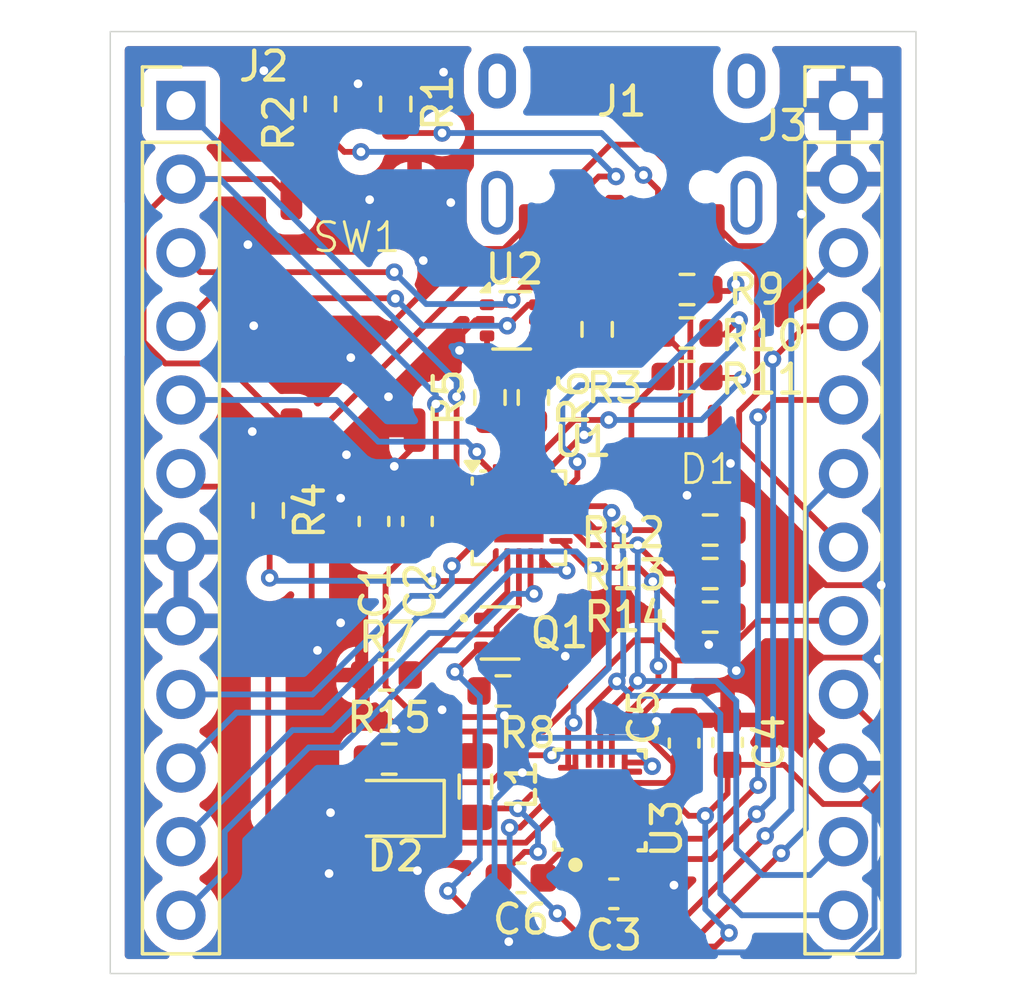
<source format=kicad_pcb>
(kicad_pcb (version 20240108) (generator "pcbnew") (generator_version "8.0")
  (layers (0 "F.Cu" signal) (31 "B.Cu" signal) (34 "B.Paste" user) (35 "F.Paste" user) (36 "B.SilkS" user "B.Silkscreen") (37 "F.SilkS" user "F.Silkscreen") (38 "B.Mask" user) (39 "F.Mask" user) (44 "Edge.Cuts" user))
  (net 0 "")
  (net 1 "GND")
  (net 2 "+3.75V")
  (net 3 "Net-(U3-REGN)")
  (net 4 "Battery+")
  (net 5 "BTST")
  (net 6 "SW")
  (net 7 "Net-(D2-A)")
  (net 8 "StatusLED")
  (net 9 "DBUS-")
  (net 10 "VBUS")
  (net 11 "DBUS+")
  (net 12 "StatusInterrupt")
  (net 13 "Reset")
  (net 14 "PB5")
  (net 15 "Button")
  (net 16 "SCL")
  (net 17 "BulbLED")
  (net 18 "SDA")
  (net 19 "PA1")
  (net 20 "PB4")
  (net 21 "QON")
  (net 22 "ILIM")
  (net 23 "PMID")
  (net 24 "PMID_GO")
  (net 25 "Net-(Q1-D)")
  (net 26 "VoltageMonitorEnable")
  (net 27 "Net-(U1-PA5)")
  (net 28 "Net-(R5-Pad2)")
  (net 29 "D+")
  (net 30 "Net-(R6-Pad2)")
  (net 31 "D-")
  (net 32 "VoltageMonitor")
  (net 33 "CaseRed")
  (net 34 "CaseGreen")
  (net 35 "CaseBlue")
  (net 36 "ChargeEnable")
  (net 39 "PA4")
  (net 42 "Net-(J1-CC1)")
  (net 44 "Net-(J1-CC2)")
  (net 49 "Net-(D1-GA)")
  (net 50 "Net-(D1-RA)")
  (net 51 "Net-(D1-BA)")
  (footprint "Capacitor_SMD:C_0603_1608Metric" (layer "F.Cu") (at 229 79 -90)
    (property "Reference" "C5")
    (property "Value" "20μF")
  )
  (footprint "BatteryExperimentPCB:RS-C1415MBAR" (layer "F.Cu") (at 228.1 69.35 90)
    (property "Reference" "D1")
    (property "Value" "LED_RGBK")
  )
  (footprint "Resistor_SMD:R_0603_1608Metric" (layer "F.Cu") (at 223.8 67.075 90)
    (property "Reference" "R6")
    (property "Value" "68")
  )
  (footprint "Resistor_SMD:R_0603_1608Metric" (layer "F.Cu") (at 229.9 71.65)
    (property "Reference" "R12")
    (property "Value" "4.7k")
  )
  (footprint "Resistor_SMD:R_0603_1608Metric" (layer "F.Cu") (at 229.9 74.65)
    (property "Reference" "R14")
    (property "Value" "10k")
  )
  (footprint "BatteryExperimentPCB:K2-1157SP" (layer "F.Cu") (at 215.45 68.2 90)
    (property "Reference" "SW1")
    (property "Value" "K2-1157SP")
  )
  (footprint "Capacitor_SMD:C_0603_1608Metric" (layer "F.Cu") (at 230.5 78.975 -90)
    (property "Reference" "C4")
    (property "Value" "10μF")
  )
  (footprint "Capacitor_SMD:C_0603_1608Metric" (layer "F.Cu") (at 226.575 84.2 180)
    (property "Reference" "C3")
    (property "Value" " 4.7μF")
  )
  (footprint "Resistor_SMD:R_0603_1608Metric" (layer "F.Cu") (at 216.45 56.95 90)
    (property "Reference" "R2")
    (property "Value" "5.1k")
  )
  (footprint "Resistor_SMD:R_0603_1608Metric" (layer "F.Cu") (at 214.65 70.975 -90)
    (property "Reference" "R4")
    (property "Value" "7.5")
  )
  (footprint "Resistor_SMD:R_0603_1608Metric" (layer "F.Cu") (at 229.1 63.35)
    (property "Reference" "R9")
    (property "Value" "68")
  )
  (footprint "Resistor_SMD:R_0603_1608Metric" (layer "F.Cu") (at 226 64.725 -90)
    (property "Reference" "R3")
    (property "Value" "2.2k")
  )
  (footprint "Connector_PinHeader_2.54mm:PinHeader_1x12_P2.54mm_Vertical" (layer "F.Cu") (at 211.64 57)
    (property "Reference" "J2")
    (property "Value" "Conn_01x12_Pin")
  )
  (footprint "Resistor_SMD:R_0603_1608Metric" (layer "F.Cu") (at 218.725 76.65)
    (property "Reference" "R7")
    (property "Value" "5.1k")
  )
  (footprint "Resistor_SMD:R_0603_1608Metric" (layer "F.Cu") (at 222.3 67.075 90)
    (property "Reference" "R5")
    (property "Value" "68")
  )
  (footprint "Resistor_SMD:R_0603_1608Metric" (layer "F.Cu") (at 222.75 77.2 180)
    (property "Reference" "R8")
    (property "Value" "20k")
  )
  (footprint "Package_TO_SOT_SMD:SOT-666" (layer "F.Cu") (at 223.05 64.4125)
    (property "Reference" "U2")
    (property "Value" "USBLC6-2P6")
  )
  (footprint "BatteryExperimentPCB:RYK0018A-MFG" (layer "F.Cu") (at 226.1 80.949999 90)
    (property "Reference" "U3")
    (property "Value" "BQ25628RYKR")
  )
  (footprint "Connector_PinHeader_2.54mm:PinHeader_1x12_P2.54mm_Vertical" (layer "F.Cu") (at 234.5 57)
    (property "Reference" "J3")
    (property "Value" "Conn_01x12_Pin")
  )
  (footprint "Inductor_SMD:L_0805_2012Metric" (layer "F.Cu") (at 221.8 80.5 90)
    (property "Reference" "L1")
    (property "Value" "1 μH")
  )
  (footprint "LED_SMD:LED_0805_2012Metric" (layer "F.Cu") (at 219.0375 81.25 180)
    (property "Reference" "D2")
    (property "Value" "LED")
  )
  (footprint "Package_TO_SOT_SMD:SOT-523" (layer "F.Cu") (at 222.65 75.2)
    (property "Reference" "Q1")
    (property "Value" "DMG1012T")
  )
  (footprint "BatteryExperimentPCB:USB_C_Receptacle_Hroparts_TYPE-C-31-M-12" (layer "F.Cu") (at 226.85 61.855 180)
    (property "Reference" "J1")
    (property "Value" "TYPE-C-31-M-12")
  )
  (footprint "Resistor_SMD:R_0603_1608Metric" (layer "F.Cu") (at 229.9 73.15)
    (property "Reference" "R13")
    (property "Value" "4.7k")
  )
  (footprint "Resistor_SMD:R_0603_1608Metric" (layer "F.Cu") (at 219.05 56.95 90)
    (property "Reference" "R1")
    (property "Value" "5.1k")
  )
  (footprint "Resistor_SMD:R_0603_1608Metric" (layer "F.Cu") (at 229.1 64.85)
    (property "Reference" "R10")
    (property "Value" "47")
  )
  (footprint "Package_DFN_QFN:VQFN-20-1EP_3x3mm_P0.4mm_EP1.7x1.7mm" (layer "F.Cu") (at 223.3 71.225)
    (property "Reference" "U1")
    (property "Value" "ATtiny3226-M")
  )
  (footprint "Resistor_SMD:R_0603_1608Metric" (layer "F.Cu") (at 218.825 79.55)
    (property "Reference" "R15")
    (property "Value" "180")
  )
  (footprint "Capacitor_SMD:C_0603_1608Metric" (layer "F.Cu") (at 219.8 71.35 90)
    (property "Reference" "C2")
    (property "Value" "100 nF")
  )
  (footprint "Capacitor_SMD:C_0603_1608Metric" (layer "F.Cu") (at 223.375 83.65 180)
    (property "Reference" "C6")
    (property "Value" "47nF")
  )
  (footprint "Capacitor_SMD:C_0603_1608Metric" (layer "F.Cu") (at 218.3 71.35 90)
    (property "Reference" "C1")
    (property "Value" "10 nF")
  )
  (footprint "Resistor_SMD:R_0603_1608Metric" (layer "F.Cu") (at 229.1 66.35)
    (property "Reference" "R11")
    (property "Value" "56")
  )
  (gr_rect (start 209.2 54.45) (end 237 86.95) (stroke (width 0.05)) (fill none) (layer "Edge.Cuts"))
  (segment (start 223.417696 80.017696) (end 223.774999 80.374999) (width 0.2) (layer "F.Cu") (net 1))
  (segment (start 222.85 78.1) (end 222.8 78.05) (width 0.2) (layer "F.Cu") (net 1))
  (segment (start 228.050488 74.7) (end 228.950488 75.6) (width 0.2) (layer "F.Cu") (net 1))
  (segment (start 221.25 64.962501) (end 221.800001 64.4125) (width 0.2) (layer "F.Cu") (net 1))
  (segment (start 222.75 78.1) (end 222.8 78.05) (width 0.2) (layer "F.Cu") (net 1))
  (segment (start 228.950488 75.6) (end 229.85 75.6) (width 0.2) (layer "F.Cu") (net 1))
  (segment (start 221.25 65.45) (end 221.25 64.962501) (width 0.2) (layer "F.Cu") (net 1))
  (segment (start 230.475 78.225) (end 230.5 78.2) (width 0.2) (layer "F.Cu") (net 1))
  (segment (start 224.9 76) (end 224.9 77.05) (width 0.2) (layer "F.Cu") (net 1))
  (segment (start 230.8 76.5) (end 231.25 76.05) (width 0.2) (layer "F.Cu") (net 1))
  (segment (start 219.7 68.2) (end 219.7 68.75) (width 0.2) (layer "F.Cu") (net 1))
  (segment (start 230.1 61.13) (end 230.82 61.85) (width 0.2) (layer "F.Cu") (net 1))
  (segment (start 219.8 70.575) (end 218.3 70.575) (width 0.2) (layer "F.Cu") (net 1))
  (segment (start 220.95 60.35) (end 220.95 61.3) (width 0.2) (layer "F.Cu") (net 1))
  (segment (start 219.8 70.25) (end 219 69.45) (width 0.2) (layer "F.Cu") (net 1))
  (segment (start 230.08 69.87) (end 230.6 69.35) (width 0.2) (layer "F.Cu") (net 1))
  (segment (start 224.9 77.05) (end 223.85 78.1) (width 0.2) (layer "F.Cu") (net 1))
  (segment (start 220.45 71.225) (end 219.8 70.575) (width 0.2) (layer "F.Cu") (net 1))
  (segment (start 230.5 78.2) (end 230.5 76.8) (width 0.2) (layer "F.Cu") (net 1))
  (segment (start 231.6 78.2) (end 232.84 78.2) (width 0.2) (layer "F.Cu") (net 1))
  (segment (start 232.84 78.2) (end 234.5 79.86) (width 0.2) (layer "F.Cu") (net 1))
  (segment (start 219.7 68.75) (end 219 69.45) (width 0.2) (layer "F.Cu") (net 1))
  (segment (start 231.25 76.05) (end 235.65 76.05) (width 0.2) (layer "F.Cu") (net 1))
  (segment (start 227.35 84.2) (end 228.35 84.2) (width 0.2) (layer "F.Cu") (net 1))
  (segment (start 230.6 69.35) (end 230.6 69.75) (width 0.2) (layer "F.Cu") (net 1))
  (segment (start 221.85 71.225) (end 220.45 71.225) (width 0.2) (layer "F.Cu") (net 1))
  (segment (start 219.8 70.575) (end 219.8 70.25) (width 0.2) (layer "F.Cu") (net 1))
  (segment (start 235.65 76.05) (end 235.7 76.1) (width 0.2) (layer "F.Cu") (net 1))
  (segment (start 221.85 71.225) (end 223.3 71.225) (width 0.2) (layer "F.Cu") (net 1))
  (segment (start 229 78.225) (end 228.075 78.225) (width 0.2) (layer "F.Cu") (net 1))
  (segment (start 221.800001 64.4125) (end 222.125 64.4125) (width 0.2) (layer "F.Cu") (net 1))
  (segment (start 233.9 73.55) (end 235.8 73.55) (width 0.2) (layer "F.Cu") (net 1))
  (segment (start 217.735392 65.7) (end 217.5 65.7) (width 0.2) (layer "F.Cu") (net 1))
  (segment (start 219.95 62.4) (end 219.95 63.485392) (width 0.2) (layer "F.Cu") (net 1))
  (segment (start 228.075 78.225) (end 228.05 78.25) (width 0.2) (layer "F.Cu") (net 1))
  (segment (start 229 78.225) (end 230.475 78.225) (width 0.2) (layer "F.Cu") (net 1))
  (segment (start 224.9 76) (end 226.2 74.7) (width 0.2) (layer "F.Cu") (net 1))
  (segment (start 223.85 78.1) (end 222.85 78.1) (width 0.2) (layer "F.Cu") (net 1))
  (segment (start 230.5 78.2) (end 231.6 78.2) (width 0.2) (layer "F.Cu") (net 1))
  (segment (start 232.9 72.05) (end 232.9 72.55) (width 0.2) (layer "F.Cu") (net 1))
  (segment (start 221.6 61.95) (end 222.78 61.95) (width 0.2) (layer "F.Cu") (net 1))
  (segment (start 230.82 61.85) (end 231.95 61.85) (width 0.2) (layer "F.Cu") (net 1))
  (segment (start 230.6 69.75) (end 232.9 72.05) (width 0.2) (layer "F.Cu") (net 1))
  (segment (start 217.5 65.7) (end 217.55 65.7) (width 0.2) (layer "F.Cu") (net 1))
  (segment (start 231.95 61.85) (end 233.05 60.75) (width 0.2) (layer "F.Cu") (net 1))
  (segment (start 220.9 78.1) (end 222.75 78.1) (width 0.2) (layer "F.Cu") (net 1))
  (segment (start 222.78 61.95) (end 223.6 61.13) (width 0.2) (layer "F.Cu") (net 1))
  (segment (start 233.8 73.45) (end 233.9 73.55) (width 0.2) (layer "F.Cu") (net 1))
  (segment (start 218.8 67.05) (end 219.7 67.95) (width 0.2) (layer "F.Cu") (net 1))
  (segment (start 220.95 61.3) (end 221.6 61.95) (width 0.2) (layer "F.Cu") (net 1))
  (segment (start 223.774999 80.374999) (end 225.149999 80.374999) (width 0.2) (layer "F.Cu") (net 1))
  (segment (start 220 62.35) (end 219.95 62.4) (width 0.2) (layer "F.Cu") (net 1))
  (segment (start 228.35 84.2) (end 228.65 83.9) (width 0.2) (layer "F.Cu") (net 1))
  (segment (start 226.2 74.7) (end 228.050488 74.7) (width 0.2) (layer "F.Cu") (net 1))
  (segment (start 228.53 69.87) (end 230.08 69.87) (width 0.2) (layer "F.Cu") (net 1))
  (segment (start 230.5 76.8) (end 230.8 76.5) (width 0.2) (layer "F.Cu") (net 1))
  (segment (start 219.7 67.95) (end 219.7 68.2) (width 0.2) (layer "F.Cu") (net 1))
  (segment (start 232.9 72.55) (end 233.8 73.45) (width 0.2) (layer "F.Cu") (net 1))
  (segment (start 219.95 63.485392) (end 217.735392 65.7) (width 0.2) (layer "F.Cu") (net 1))
  (segment (start 220.65 77.85) (end 220.9 78.1) (width 0.2) (layer "F.Cu") (net 1))
  (via (at 220.7 55.85) (size 0.6) (drill 0.3) (layers "F.Cu" "B.Cu") (net 1))
  (via (at 230.6 69.35) (size 0.6) (drill 0.3) (layers "F.Cu" "B.Cu") (net 1))
  (via (at 218.8 67.05) (size 0.6) (drill 0.3) (layers "F.Cu" "B.Cu") (net 1))
  (via (at 217.75 56.25) (size 0.6) (drill 0.3) (layers "F.Cu" "B.Cu") (net 1))
  (via (at 233.05 60.75) (size 0.6) (drill 0.3) (layers "F.Cu" "B.Cu") (net 1))
  (via (at 222.8 78.05) (size 0.6) (drill 0.3) (layers "F.Cu" "B.Cu") (net 1))
  (via (at 218.15 60.25) (size 0.6) (drill 0.3) (layers "F.Cu" "B.Cu") (net 1))
  (via (at 213.95 61.8) (size 0.6) (drill 0.3) (layers "F.Cu" "B.Cu") (net 1))
  (via (at 223.417696 80.017696) (size 0.6) (drill 0.3) (layers "F.Cu" "B.Cu") (net 1))
  (via (at 214.1 68.25) (size 0.6) (drill 0.3) (layers "F.Cu" "B.Cu") (net 1))
  (via (at 219 69.45) (size 0.6) (drill 0.3) (layers "F.Cu" "B.Cu") (net 1))
  (via (at 217.5 65.7) (size 0.6) (drill 0.3) (layers "F.Cu" "B.Cu") (net 1))
  (via (at 216.35 75.8) (size 0.6) (drill 0.3) (layers "F.Cu" "B.Cu") (net 1))
  (via (at 214.15 64.6) (size 0.6) (drill 0.3) (layers "F.Cu" "B.Cu") (net 1))
  (via (at 222.95 85.85) (size 0.6) (drill 0.3) (layers "F.Cu" "B.Cu") (net 1))
  (via (at 216.8 81.4) (size 0.6) (drill 0.3) (layers "F.Cu" "B.Cu") (net 1))
  (via (at 228.65 83.9) (size 0.6) (drill 0.3) (layers "F.Cu" "B.Cu") (net 1))
  (via (at 219.8 83.4) (size 0.6) (drill 0.3) (layers "F.Cu" "B.Cu") (net 1))
  (via (at 229.1 70.45) (size 0.6) (drill 0.3) (layers "F.Cu" "B.Cu") (net 1))
  (via (at 220.95 60.35) (size 0.6) (drill 0.3) (layers "F.Cu" "B.Cu") (net 1))
  (via (at 221.25 65.45) (size 0.6) (drill 0.3) (layers "F.Cu" "B.Cu") (net 1))
  (via (at 214.5 55.8) (size 0.6) (drill 0.3) (layers "F.Cu" "B.Cu") (net 1))
  (via (at 235.8 73.55) (size 0.6) (drill 0.3) (layers "F.Cu" "B.Cu") (net 1))
  (via (at 230.8 76.5) (size 0.6) (drill 0.3) (layers "F.Cu" "B.Cu") (net 1))
  (via (at 229.85 75.6) (size 0.6) (drill 0.3) (layers "F.Cu" "B.Cu") (net 1))
  (via (at 228.05 78.25) (size 0.6) (drill 0.3) (layers "F.Cu" "B.Cu") (net 1))
  (via (at 216.75 83.5) (size 0.6) (drill 0.3) (layers "F.Cu" "B.Cu") (net 1))
  (via (at 217.15 74.85) (size 0.6) (drill 0.3) (layers "F.Cu" "B.Cu") (net 1))
  (via (at 219 78.5) (size 0.6) (drill 0.3) (layers "F.Cu" "B.Cu") (net 1))
  (via (at 220 62.35) (size 0.6) (drill 0.3) (layers "F.Cu" "B.Cu") (net 1))
  (via (at 235.7 76.1) (size 0.6) (drill 0.3) (layers "F.Cu" "B.Cu") (net 1))
  (via (at 224.9 76) (size 0.6) (drill 0.3) (layers "F.Cu" "B.Cu") (net 1))
  (via (at 217.15 70.55) (size 0.6) (drill 0.3) (layers "F.Cu" "B.Cu") (net 1))
  (via (at 217.35 69.05) (size 0.6) (drill 0.3) (layers "F.Cu" "B.Cu") (net 1))
  (via (at 220.65 77.85) (size 0.6) (drill 0.3) (layers "F.Cu" "B.Cu") (net 1))
  (segment (start 229.9 75.6) (end 230.8 76.5) (width 0.2) (layer "B.Cu") (net 1))
  (segment (start 228.05 78.25) (end 227.48161 78.81839) (width 0.2) (layer "B.Cu") (net 1))
  (segment (start 222.459609 85.359609) (end 222.459609 80.975783) (width 0.2) (layer "B.Cu") (net 1))
  (segment (start 222.459609 80.975783) (end 223.417696 80.017696) (width 0.2) (layer "B.Cu") (net 1))
  (segment (start 234.733209 86.22) (end 235.57 85.383209) (width 0.2) (layer "B.Cu") (net 1))
  (segment (start 235.57 80.93) (end 234.5 79.86) (width 0.2) (layer "B.Cu") (net 1))
  (segment (start 235.57 85.383209) (end 235.57 80.93) (width 0.2) (layer "B.Cu") (net 1))
  (segment (start 222.95 85.85) (end 222.459609 85.359609) (width 0.2) (layer "B.Cu") (net 1))
  (segment (start 223.417696 79.332304) (end 223.417696 80.017696) (width 0.2) (layer "B.Cu") (net 1))
  (segment (start 223.93161 78.81839) (end 223.417696 79.332304) (width 0.2) (layer "B.Cu") (net 1))
  (segment (start 229.85 75.6) (end 229.9 75.6) (width 0.2) (layer "B.Cu") (net 1))
  (segment (start 223.32 86.22) (end 234.733209 86.22) (width 0.2) (layer "B.Cu") (net 1))
  (segment (start 222.95 85.85) (end 223.32 86.22) (width 0.2) (layer "B.Cu") (net 1))
  (segment (start 227.48161 78.81839) (end 223.93161 78.81839) (width 0.2) (layer "B.Cu") (net 1))
  (segment (start 221.85 71.625) (end 220.3 71.625) (width 0.2) (layer "F.Cu") (net 2))
  (segment (start 230.725 73.15) (end 230.725 71.65) (width 0.2) (layer "F.Cu") (net 2))
  (segment (start 218.7 77.05) (end 218.7 73.225) (width 0.2) (layer "F.Cu") (net 2))
  (segment (start 227.45 78.5) (end 227.45 78.1) (width 0.2) (layer "F.Cu") (net 2))
  (segment (start 230.15 76.15) (end 230.725 75.575) (width 0.2) (layer "F.Cu") (net 2))
  (segment (start 221.85 78.6) (end 220.25 78.6) (width 0.2) (layer "F.Cu") (net 2))
  (segment (start 227.45 78.1) (end 228.66 76.89) (width 0.2) (layer "F.Cu") (net 2))
  (segment (start 230.725 75.575) (end 230.725 74.65) (width 0.2) (layer "F.Cu") (net 2))
  (segment (start 229 79.775) (end 228.725 79.775) (width 0.2) (layer "F.Cu") (net 2))
  (segment (start 219.65 79.55) (end 219.65 79.2) (width 0.2) (layer "F.Cu") (net 2))
  (segment (start 228.400001 80.374999) (end 229 79.775) (width 0.2) (layer "F.Cu") (net 2))
  (segment (start 227.050001 80.374999) (end 228.400001 80.374999) (width 0.2) (layer "F.Cu") (net 2))
  (segment (start 231.52 74.78) (end 234.5 74.78) (width 0.2) (layer "F.Cu") (net 2))
  (segment (start 227.3 75.45) (end 227.96 75.45) (width 0.2) (layer "F.Cu") (net 2))
  (segment (start 224.15 78.6) (end 227.3 75.45) (width 0.2) (layer "F.Cu") (net 2))
  (segment (start 221.85 78.6) (end 224.15 78.6) (width 0.2) (layer "F.Cu") (net 2))
  (segment (start 230.725 75.575) (end 231.52 74.78) (width 0.2) (layer "F.Cu") (net 2))
  (segment (start 230.725 74.65) (end 230.725 73.15) (width 0.2) (layer "F.Cu") (net 2))
  (segment (start 228.66 76.89) (end 228.66 76.15) (width 0.2) (layer "F.Cu") (net 2))
  (segment (start 220.3 71.625) (end 219.8 72.125) (width 0.2) (layer "F.Cu") (net 2))
  (segment (start 219.65 79.2) (end 220.25 78.6) (width 0.2) (layer "F.Cu") (net 2))
  (segment (start 219.8 72.125) (end 218.3 72.125) (width 0.2) (layer "F.Cu") (net 2))
  (segment (start 228.725 79.775) (end 227.45 78.5) (width 0.2) (layer "F.Cu") (net 2))
  (segment (start 228.66 76.15) (end 230.15 76.15) (width 0.2) (layer "F.Cu") (net 2))
  (segment (start 221.8 79.4375) (end 221.8 78.65) (width 0.2) (layer "F.Cu") (net 2))
  (segment (start 230.725 74.65) (end 230.795 74.72) (width 0.2) (layer "F.Cu") (net 2))
  (segment (start 227.96 75.45) (end 228.66 76.15) (width 0.2) (layer "F.Cu") (net 2))
  (segment (start 218.7 73.225) (end 219.8 72.125) (width 0.2) (layer "F.Cu") (net 2))
  (segment (start 221.8 78.65) (end 221.85 78.6) (width 0.2) (layer "F.Cu") (net 2))
  (segment (start 220.25 78.6) (end 218.7 77.05) (width 0.2) (layer "F.Cu") (net 2))
  (segment (start 225.707001 84.107001) (end 225.707001 82.338) (width 0.2) (layer "F.Cu") (net 3))
  (segment (start 225.8 84.2) (end 225.707001 84.107001) (width 0.2) (layer "F.Cu") (net 3))
  (segment (start 220.85 84.1) (end 221.6 84.85) (width 0.2) (layer "F.Cu") (net 4))
  (segment (start 233.8 81.1) (end 235.1 81.1) (width 0.2) (layer "F.Cu") (net 4))
  (segment (start 230.08 86.02) (end 230.55 85.55) (width 0.2) (layer "F.Cu") (net 4))
  (segment (start 229.73 81.507304) (end 229.157304 81.507304) (width 0.2) (layer "F.Cu") (net 4))
  (segment (start 232.45 79.75) (end 233.8 81.1) (width 0.2) (layer "F.Cu") (net 4))
  (segment (start 229.157304 81.507304) (end 228.424998 80.774998) (width 0.2) (layer "F.Cu") (net 4))
  (segment (start 223.25 84.85) (end 224.42 86.02) (width 0.2) (layer "F.Cu") (net 4))
  (segment (start 224.42 86.02) (end 230.08 86.02) (width 0.2) (layer "F.Cu") (net 4))
  (segment (start 235.1 81.1) (end 235.9 80.3) (width 0.2) (layer "F.Cu") (net 4))
  (segment (start 228.424998 80.774998) (end 227.050001 80.774998) (width 0.2) (layer "F.Cu") (net 4))
  (segment (start 235.9 78.72) (end 234.5 77.32) (width 0.2) (layer "F.Cu") (net 4))
  (segment (start 221.092696 76.542696) (end 221.935392 75.7) (width 0.2) (layer "F.Cu") (net 4))
  (segment (start 235.9 80.3) (end 235.9 78.72) (width 0.2) (layer "F.Cu") (net 4))
  (segment (start 221.935392 75.7) (end 222.005 75.7) (width 0.2) (layer "F.Cu") (net 4))
  (segment (start 230.5 80.737304) (end 229.73 81.507304) (width 0.2) (layer "F.Cu") (net 4))
  (segment (start 221.6 84.85) (end 223.25 84.85) (width 0.2) (layer "F.Cu") (net 4))
  (segment (start 230.5 79.75) (end 230.5 80.737304) (width 0.2) (layer "F.Cu") (net 4))
  (segment (start 230.5 79.75) (end 232.45 79.75) (width 0.2) (layer "F.Cu") (net 4))
  (via (at 229.73 81.507304) (size 0.6) (drill 0.3) (layers "F.Cu" "B.Cu") (net 4))
  (via (at 220.85 84.1) (size 0.6) (drill 0.3) (layers "F.Cu" "B.Cu") (net 4))
  (via (at 230.55 85.55) (size 0.6) (drill 0.3) (layers "F.Cu" "B.Cu") (net 4))
  (via (at 221.092696 76.542696) (size 0.6) (drill 0.3) (layers "F.Cu" "B.Cu") (net 4))
  (segment (start 221.95 77.4) (end 221.95 83) (width 0.2) (layer "B.Cu") (net 4))
  (segment (start 221.95 83) (end 220.85 84.1) (width 0.2) (layer "B.Cu") (net 4))
  (segment (start 221.092696 76.542696) (end 221.95 77.4) (width 0.2) (layer "B.Cu") (net 4))
  (segment (start 229.73 84.73) (end 230.55 85.55) (width 0.2) (layer "B.Cu") (net 4))
  (segment (start 229.73 81.507304) (end 229.73 84.73) (width 0.2) (layer "B.Cu") (net 4))
  (segment (start 224.15 83.362499) (end 225.25 82.262499) (width 0.2) (layer "F.Cu") (net 5))
  (segment (start 224.15 83.65) (end 224.15 83.362499) (width 0.2) (layer "F.Cu") (net 5))
  (segment (start 221.8 81.5625) (end 222.110389 81.252111) (width 0.2) (layer "F.Cu") (net 6))
  (segment (start 223.495 82.755) (end 222.6 83.65) (width 0.2) (layer "F.Cu") (net 6))
  (segment (start 222.110389 81.252111) (end 223.260646 81.252111) (width 0.2) (layer "F.Cu") (net 6))
  (segment (start 223.957888 82.755) (end 223.495 82.755) (width 0.2) (layer "F.Cu") (net 6))
  (segment (start 223.260646 81.252111) (end 223.737759 80.774998) (width 0.2) (layer "F.Cu") (net 6))
  (segment (start 223.737759 80.774998) (end 225.149999 80.774998) (width 0.2) (layer "F.Cu") (net 6))
  (via (at 223.260646 81.252111) (size 0.6) (drill 0.3) (layers "F.Cu" "B.Cu") (net 6))
  (via (at 223.957888 82.755) (size 0.6) (drill 0.3) (layers "F.Cu" "B.Cu") (net 6))
  (segment (start 223.957888 81.949353) (end 223.957888 82.755) (width 0.2) (layer "B.Cu") (net 6))
  (segment (start 223.260646 81.252111) (end 223.957888 81.949353) (width 0.2) (layer "B.Cu") (net 6))
  (segment (start 218 81.15) (end 218.1 81.25) (width 0.2) (layer "F.Cu") (net 7))
  (segment (start 218 79.55) (end 218 81.15) (width 0.2) (layer "F.Cu") (net 7))
  (segment (start 227.769999 79.669999) (end 226.95 79.669999) (width 0.2) (layer "F.Cu") (net 8))
  (segment (start 223.280683 79.419317) (end 222.35 80.35) (width 0.2) (layer "F.Cu") (net 8))
  (segment (start 224.43106 79.419317) (end 223.280683 79.419317) (width 0.2) (layer "F.Cu") (net 8))
  (segment (start 220.875 80.35) (end 219.975 81.25) (width 0.2) (layer "F.Cu") (net 8))
  (segment (start 222.35 80.35) (end 220.875 80.35) (width 0.2) (layer "F.Cu") (net 8))
  (segment (start 227.9 79.8) (end 227.769999 79.669999) (width 0.2) (layer "F.Cu") (net 8))
  (via (at 227.9 79.8) (size 0.6) (drill 0.3) (layers "F.Cu" "B.Cu") (net 8))
  (via (at 224.43106 79.419317) (size 0.6) (drill 0.3) (layers "F.Cu" "B.Cu") (net 8))
  (segment (start 224.550377 79.3) (end 227.4 79.3) (width 0.2) (layer "B.Cu") (net 8))
  (segment (start 224.43106 79.419317) (end 224.550377 79.3) (width 0.2) (layer "B.Cu") (net 8))
  (segment (start 227.4 79.3) (end 227.9 79.8) (width 0.2) (layer "B.Cu") (net 8))
  (segment (start 225 63.875) (end 225 63.85) (width 0.2) (layer "F.Cu") (net 9))
  (segment (start 224.9525 63.8025) (end 224.9525 63.5025) (width 0.2) (layer "F.Cu") (net 9))
  (segment (start 219.037696 63.662304) (end 219.025392 63.65) (width 0.2) (layer "F.Cu") (net 9))
  (segment (start 225 63.875) (end 225.1 63.875) (width 0.2) (layer "F.Cu") (net 9))
  (segment (start 223.9 63.875) (end 225 63.875) (width 0.2) (layer "F.Cu") (net 9))
  (segment (start 212.61 63.65) (end 211.64 64.62) (width 0.2) (layer "F.Cu") (net 9))
  (segment (start 224.8525 63.6275) (end 225.1 63.875) (width 0.2) (layer "F.Cu") (net 9))
  (segment (start 226.895001 62.15) (end 226.305 62.15) (width 0.2) (layer "F.Cu") (net 9))
  (segment (start 224.579999 63.875) (end 224.8025 63.6525) (width 0.2) (layer "F.Cu") (net 9))
  (segment (start 222.9 64.6) (end 223.625 63.875) (width 0.2) (layer "F.Cu") (net 9))
  (segment (start 226.305 62.15) (end 226.2775 62.1775) (width 0.2) (layer "F.Cu") (net 9))
  (segment (start 227.6 61.854999) (end 227.304999 62.15) (width 0.2) (layer "F.Cu") (net 9))
  (segment (start 227.6 61.13) (end 227.6 61.854999) (width 0.2) (layer "F.Cu") (net 9))
  (segment (start 226.2775 62.1775) (end 226.6 61.854999) (width 0.2) (layer "F.Cu") (net 9))
  (segment (start 226.895001 62.15) (end 226.6 61.854999) (width 0.2) (layer "F.Cu") (net 9))
  (segment (start 225.1 63.875) (end 225.975 63.875) (width 0.2) (layer "F.Cu") (net 9))
  (segment (start 224.8525 63.6025) (end 224.8525 63.6275) (width 0.2) (layer "F.Cu") (net 9))
  (segment (start 223.9 63.875) (end 224.579999 63.875) (width 0.2) (layer "F.Cu") (net 9))
  (segment (start 219.025392 63.65) (end 212.61 63.65) (width 0.2) (layer "F.Cu") (net 9))
  (segment (start 227.304999 62.15) (end 226.895001 62.15) (width 0.2) (layer "F.Cu") (net 9))
  (segment (start 224.8025 63.6525) (end 224.8525 63.6025) (width 0.2) (layer "F.Cu") (net 9))
  (segment (start 226.6 61.854999) (end 226.6 61.13) (width 0.2) (layer "F.Cu") (net 9))
  (segment (start 225 63.85) (end 224.8025 63.6525) (width 0.2) (layer "F.Cu") (net 9))
  (segment (start 223.625 63.875) (end 223.9 63.875) (width 0.2) (layer "F.Cu") (net 9))
  (segment (start 224.9525 63.5025) (end 226.2775 62.1775) (width 0.2) (layer "F.Cu") (net 9))
  (segment (start 224.8525 63.6025) (end 224.9525 63.5025) (width 0.2) (layer "F.Cu") (net 9))
  (segment (start 225 63.85) (end 224.9525 63.8025) (width 0.2) (layer "F.Cu") (net 9))
  (segment (start 225.975 63.875) (end 226 63.9) (width 0.2) (layer "F.Cu") (net 9))
  (via (at 219.037696 63.662304) (size 0.6) (drill 0.3) (layers "F.Cu" "B.Cu") (net 9))
  (via (at 222.9 64.6) (size 0.6) (drill 0.3) (layers "F.Cu" "B.Cu") (net 9))
  (segment (start 219.037696 63.662304) (end 219.975392 64.6) (width 0.2) (layer "B.Cu") (net 9))
  (segment (start 219.975392 64.6) (end 222.9 64.6) (width 0.2) (layer "B.Cu") (net 9))
  (segment (start 224.4 61.854999) (end 223.404999 62.85) (width 0.2) (layer "F.Cu") (net 10))
  (segment (start 228.77 59.875001) (end 228.77 59.334608) (width 0.2) (layer "F.Cu") (net 10))
  (segment (start 228.35 62.55) (end 229.3 61.6) (width 0.2) (layer "F.Cu") (net 10))
  (segment (start 224.699999 60.830001) (end 224.4 61.13) (width 0.2) (layer "F.Cu") (net 10))
  (segment (start 230.95 62.25) (end 229.695001 62.25) (width 0.2) (layer "F.Cu") (net 10))
  (segment (start 223.975 64.4125) (end 224.299999 64.4125) (width 0.2) (layer "F.Cu") (net 10))
  (segment (start 224.299999 64.4125) (end 225.437499 65.55) (width 0.2) (layer "F.Cu") (net 10))
  (segment (start 226 65.55) (end 226 65.15) (width 0.2) (layer "F.Cu") (net 10))
  (segment (start 231.52 66.93) (end 231.52 62.82) (width 0.2) (layer "F.Cu") (net 10))
  (segment (start 226 65.15) (end 226.8 64.35) (width 0.2) (layer "F.Cu") (net 10))
  (segment (start 229.695001 62.25) (end 229.3 61.854999) (width 0.2) (layer "F.Cu") (net 10))
  (segment (start 230.9 68.64) (end 230.9 67.55) (width 0.2) (layer "F.Cu") (net 10))
  (segment (start 216.15 74.2) (end 214.65 75.7) (width 0.2) (layer "F.Cu") (net 10))
  (segment (start 227.785392 58.35) (end 226.45 58.35) (width 0.2) (layer "F.Cu") (net 10))
  (segment (start 227.85 62.55) (end 228.35 62.55) (width 0.2) (layer "F.Cu") (net 10))
  (segment (start 226.45 58.35) (end 224.699999 60.100001) (width 0.2) (layer "F.Cu") (net 10))
  (segment (start 226.8 64.35) (end 226.8 63.6) (width 0.2) (layer "F.Cu") (net 10))
  (segment (start 229.3 60.405001) (end 228.77 59.875001) (width 0.2) (layer "F.Cu") (net 10))
  (segment (start 224.402497 81.574999) (end 224.958999 81.574999) (width 0.2) (layer "F.Cu") (net 10))
  (segment (start 224.4 61.13) (end 224.4 61.854999) (width 0.2) (layer "F.Cu") (net 10))
  (segment (start 214.65 75.7) (end 214.65 81.55) (width 0.2) (layer "F.Cu") (net 10))
  (segment (start 225.437499 65.55) (end 226 65.55) (width 0.2) (layer "F.Cu") (net 10))
  (segment (start 229.3 61.6) (end 229.3 61.13) (width 0.2) (layer "F.Cu") (net 10))
  (segment (start 234.5 72.24) (end 230.9 68.64) (width 0.2) (layer "F.Cu") (net 10))
  (segment (start 216.15 68.5) (end 216.15 74.2) (width 0.2) (layer "F.Cu") (net 10))
  (segment (start 223.404999 62.85) (end 221.8 62.85) (width 0.2) (layer "F.Cu") (net 10))
  (segment (start 228.77 59.334608) (end 227.785392 58.35) (width 0.2) (layer "F.Cu") (net 10))
  (segment (start 230.9 67.55) (end 231.52 66.93) (width 0.2) (layer "F.Cu") (net 10))
  (segment (start 224.699999 60.100001) (end 224.699999 60.830001) (width 0.2) (layer "F.Cu") (net 10))
  (segment (start 229.3 61.854999) (end 229.3 61.13) (width 0.2) (layer "F.Cu") (net 10))
  (segment (start 214.65 81.55) (end 215.535 82.435) (width 0.2) (layer "F.Cu") (net 10))
  (segment (start 221.8 62.85) (end 216.15 68.5) (width 0.2) (layer "F.Cu") (net 10))
  (segment (start 231.52 62.82) (end 230.95 62.25) (width 0.2) (layer "F.Cu") (net 10))
  (segment (start 215.535 82.435) (end 223.542496 82.435) (width 0.2) (layer "F.Cu") (net 10))
  (segment (start 229.3 61.13) (end 229.3 60.405001) (width 0.2) (layer "F.Cu") (net 10))
  (segment (start 226.8 63.6) (end 227.85 62.55) (width 0.2) (layer "F.Cu") (net 10))
  (segment (start 223.542496 82.435) (end 224.402497 81.574999) (width 0.2) (layer "F.Cu") (net 10))
  (segment (start 226.1 60.485728) (end 226.400728 60.185) (width 0.2) (layer "F.Cu") (net 11))
  (segment (start 226.1 61.13) (end 226.1 60.485728) (width 0.2) (layer "F.Cu") (net 11))
  (segment (start 223.057304 63.650243) (end 223.428774 63.278773) (width 0.2) (layer "F.Cu") (net 11))
  (segment (start 223.428774 63.278773) (end 224.595499 63.278773) (width 0.2) (layer "F.Cu") (net 11))
  (segment (start 226.799272 60.185) (end 227.104 60.489728) (width 0.2) (layer "F.Cu") (net 11))
  (segment (start 223.057304 63.707304) (end 222.889608 63.875) (width 0.2) (layer "F.Cu") (net 11))
  (segment (start 226.400728 60.185) (end 226.799272 60.185) (width 0.2) (layer "F.Cu") (net 11))
  (segment (start 222.889608 63.875) (end 222.2 63.875) (width 0.2) (layer "F.Cu") (net 11))
  (segment (start 219 62.75) (end 212.31 62.75) (width 0.2) (layer "F.Cu") (net 11))
  (segment (start 227.104 60.489728) (end 227.104 61.13) (width 0.2) (layer "F.Cu") (net 11))
  (segment (start 212.31 62.75) (end 211.64 62.08) (width 0.2) (layer "F.Cu") (net 11))
  (segment (start 224.595499 63.278773) (end 226.1 61.774272) (width 0.2) (layer "F.Cu") (net 11))
  (segment (start 223.057304 63.707304) (end 223.057304 63.650243) (width 0.2) (layer "F.Cu") (net 11))
  (segment (start 226.1 61.774272) (end 226.1 61.13) (width 0.2) (layer "F.Cu") (net 11))
  (via (at 223.057304 63.707304) (size 0.6) (drill 0.3) (layers "F.Cu" "B.Cu") (net 11))
  (via (at 219 62.75) (size 0.6) (drill 0.3) (layers "F.Cu" "B.Cu") (net 11))
  (segment (start 219 62.75) (end 220.1 63.85) (width 0.2) (layer "B.Cu") (net 11))
  (segment (start 220.1 63.85) (end 222.914608 63.85) (width 0.2) (layer "B.Cu") (net 11))
  (segment (start 222.914608 63.85) (end 223.057304 63.707304) (width 0.2) (layer "B.Cu") (net 11))
  (segment (start 228.112304 76.923088) (end 226.506999 78.528393) (width 0.2) (layer "F.Cu") (net 12))
  (segment (start 229.075 74.580391) (end 227.92 73.425391) (width 0.2) (layer "F.Cu") (net 12))
  (segment (start 226.506999 78.528393) (end 226.506999 79.549999) (width 0.2) (layer "F.Cu") (net 12))
  (segment (start 228.112304 76.337696) (end 228.112304 76.923088) (width 0.2) (layer "F.Cu") (net 12))
  (segment (start 227.92 73.425391) (end 228.057 73.562391) (width 0.2) (layer "F.Cu") (net 12))
  (segment (start 227.444609 72.95) (end 225.85 72.95) (width 0.2) (layer "F.Cu") (net 12))
  (segment (start 227.92 73.425391) (end 227.444609 72.95) (width 0.2) (layer "F.Cu") (net 12))
  (segment (start 225.85 72.95) (end 225.675 72.95) (width 0.2) (layer "F.Cu") (net 12))
  (segment (start 225.675 72.95) (end 224.75 72.025) (width 0.2) (layer "F.Cu") (net 12))
  (segment (start 228.057 73.562391) (end 228.057 73.757) (width 0.2) (layer "F.Cu") (net 12))
  (segment (start 229.075 74.65) (end 229.075 74.580391) (width 0.2) (layer "F.Cu") (net 12))
  (via (at 228.112304 76.337696) (size 0.6) (drill 0.3) (layers "F.Cu" "B.Cu") (net 12))
  (via (at 225.85 72.95) (size 0.6) (drill 0.3) (layers "F.Cu" "B.Cu") (net 12))
  (via (at 227.92 73.425391) (size 0.6) (drill 0.3) (layers "F.Cu" "B.Cu") (net 12))
  (segment (start 216.5 77.95) (end 213.55 77.95) (width 0.2) (layer "B.Cu") (net 12))
  (segment (start 213.55 77.95) (end 211.64 79.86) (width 0.2) (layer "B.Cu") (net 12))
  (segment (start 222.912108 72.387892) (end 220.7 74.6) (width 0.2) (layer "B.Cu") (net 12))
  (segment (start 219.85 74.6) (end 216.5 77.95) (width 0.2) (layer "B.Cu") (net 12))
  (segment (start 228.07 76.295392) (end 228.07 73.575391) (width 0.2) (layer "B.Cu") (net 12))
  (segment (start 225.287892 72.387892) (end 222.912108 72.387892) (width 0.2) (layer "B.Cu") (net 12))
  (segment (start 228.112304 76.337696) (end 228.07 76.295392) (width 0.2) (layer "B.Cu") (net 12))
  (segment (start 220.7 74.6) (end 219.85 74.6) (width 0.2) (layer "B.Cu") (net 12))
  (segment (start 228.07 73.575391) (end 227.92 73.425391) (width 0.2) (layer "B.Cu") (net 12))
  (segment (start 225.85 72.95) (end 225.287892 72.387892) (width 0.2) (layer "B.Cu") (net 12))
  (segment (start 221.15 67.05) (end 221.15 69.725) (width 0.2) (layer "F.Cu") (net 13))
  (segment (start 221.15 69.725) (end 221.85 70.425) (width 0.2) (layer "F.Cu") (net 13))
  (via (at 221.15 67.05) (size 0.6) (drill 0.3) (layers "F.Cu" "B.Cu") (net 13))
  (segment (start 221.15 66.51) (end 211.64 57) (width 0.2) (layer "B.Cu") (net 13))
  (segment (start 221.15 67.05) (end 221.15 66.51) (width 0.2) (layer "B.Cu") (net 13))
  (segment (start 223.7 73.73) (end 223.7 72.675) (width 0.2) (layer "F.Cu") (net 14))
  (segment (start 223.82 73.85) (end 223.7 73.73) (width 0.2) (layer "F.Cu") (net 14))
  (via (at 223.82 73.85) (size 0.6) (drill 0.3) (layers "F.Cu" "B.Cu") (net 14))
  (segment (start 217.15 79.15) (end 216.05 79.15) (width 0.2) (layer "B.Cu") (net 14))
  (segment (start 213.15 83.43) (end 211.64 84.94) (width 0.2) (layer "B.Cu") (net 14))
  (segment (start 221.15 75.8) (end 220.5 75.8) (width 0.2) (layer "B.Cu") (net 14))
  (segment (start 223.1 73.85) (end 221.15 75.8) (width 0.2) (layer "B.Cu") (net 14))
  (segment (start 220.5 75.8) (end 217.15 79.15) (width 0.2) (layer "B.Cu") (net 14))
  (segment (start 223.82 73.85) (end 223.1 73.85) (width 0.2) (layer "B.Cu") (net 14))
  (segment (start 216.05 79.15) (end 213.15 82.05) (width 0.2) (layer "B.Cu") (net 14))
  (segment (start 213.15 82.05) (end 213.15 83.43) (width 0.2) (layer "B.Cu") (net 14))
  (segment (start 221.45 70.825) (end 221.85 70.825) (width 0.2) (layer "F.Cu") (net 15))
  (segment (start 220.432484 67.3) (end 220.432484 69.807484) (width 0.2) (layer "F.Cu") (net 15))
  (segment (start 213.15 65.9) (end 211.1 65.9) (width 0.2) (layer "F.Cu") (net 15))
  (segment (start 214.79 59.54) (end 211.64 59.54) (width 0.2) (layer "F.Cu") (net 15))
  (segment (start 210.35 65.15) (end 210.35 60.83) (width 0.2) (layer "F.Cu") (net 15))
  (segment (start 210.35 60.83) (end 211.64 59.54) (width 0.2) (layer "F.Cu") (net 15))
  (segment (start 215.45 60.2) (end 214.79 59.54) (width 0.2) (layer "F.Cu") (net 15))
  (segment (start 211.1 65.9) (end 210.35 65.15) (width 0.2) (layer "F.Cu") (net 15))
  (segment (start 220.432484 69.807484) (end 221.45 70.825) (width 0.2) (layer "F.Cu") (net 15))
  (segment (start 215.45 68.2) (end 213.15 65.9) (width 0.2) (layer "F.Cu") (net 15))
  (via (at 220.432484 67.3) (size 0.6) (drill 0.3) (layers "F.Cu" "B.Cu") (net 15))
  (segment (start 220.432484 66.982484) (end 212.99 59.54) (width 0.2) (layer "B.Cu") (net 15))
  (segment (start 212.99 59.54) (end 211.64 59.54) (width 0.2) (layer "B.Cu") (net 15))
  (segment (start 220.432484 67.3) (end 220.432484 66.982484) (width 0.2) (layer "B.Cu") (net 15))
  (segment (start 226.928847 71.625557) (end 225.940165 71.625557) (width 0.2) (layer "F.Cu") (net 16))
  (segment (start 225.539608 71.225) (end 224.75 71.225) (width 0.2) (layer "F.Cu") (net 16))
  (segment (start 225.940165 71.625557) (end 225.539608 71.225) (width 0.2) (layer "F.Cu") (net 16))
  (segment (start 226.95329 71.65) (end 229.075 71.65) (width 0.2) (layer "F.Cu") (net 16))
  (segment (start 226.928847 71.625557) (end 226.95329 71.65) (width 0.2) (layer "F.Cu") (net 16))
  (segment (start 225.707001 77.842999) (end 225.707001 79.549999) (width 0.2) (layer "F.Cu") (net 16))
  (segment (start 226.68027 76.86973) (end 225.707001 77.842999) (width 0.2) (layer "F.Cu") (net 16))
  (via (at 226.68027 76.86973) (size 0.6) (drill 0.3) (layers "F.Cu" "B.Cu") (net 16))
  (via (at 226.928847 71.625557) (size 0.6) (drill 0.3) (layers "F.Cu" "B.Cu") (net 16))
  (segment (start 226.9 72.405392) (end 226.88 72.385392) (width 0.2) (layer "B.Cu") (net 16))
  (segment (start 227.18054 77.37) (end 229.62 77.37) (width 0.2) (layer "B.Cu") (net 16))
  (segment (start 226.88 72.385392) (end 226.88 71.674404) (width 0.2) (layer "B.Cu") (net 16))
  (segment (start 230.25 78) (end 230.25 84.2) (width 0.2) (layer "B.Cu") (net 16))
  (segment (start 229.62 77.37) (end 230.25 78) (width 0.2) (layer "B.Cu") (net 16))
  (segment (start 226.68027 76.86973) (end 226.9 76.65) (width 0.2) (layer "B.Cu") (net 16))
  (segment (start 230.25 84.2) (end 230.99 84.94) (width 0.2) (layer "B.Cu") (net 16))
  (segment (start 226.68027 76.86973) (end 227.18054 77.37) (width 0.2) (layer "B.Cu") (net 16))
  (segment (start 226.88 71.674404) (end 226.928847 71.625557) (width 0.2) (layer "B.Cu") (net 16))
  (segment (start 226.9 76.65) (end 226.9 72.405392) (width 0.2) (layer "B.Cu") (net 16))
  (segment (start 230.99 84.94) (end 234.5 84.94) (width 0.2) (layer "B.Cu") (net 16))
  (segment (start 212.09 70.15) (end 211.64 69.7) (width 0.2) (layer "F.Cu") (net 17))
  (segment (start 214.65 70.15) (end 212.09 70.15) (width 0.2) (layer "F.Cu") (net 17))
  (segment (start 227.4 76.85) (end 227.4 76.891902) (width 0.2) (layer "F.Cu") (net 18))
  (segment (start 228.38 73.15) (end 227.4 72.17) (width 0.2) (layer "F.Cu") (net 18))
  (segment (start 226.107 78.184902) (end 226.107 79.549999) (width 0.2) (layer "F.Cu") (net 18))
  (segment (start 227.4 76.891902) (end 226.107 78.184902) (width 0.2) (layer "F.Cu") (net 18))
  (segment (start 229.075 73.15) (end 228.38 73.15) (width 0.2) (layer "F.Cu") (net 18))
  (segment (start 225.145442 71.625) (end 224.75 71.625) (width 0.2) (layer "F.Cu") (net 18))
  (segment (start 227.4 72.17) (end 225.690442 72.17) (width 0.2) (layer "F.Cu") (net 18))
  (segment (start 225.690442 72.17) (end 225.145442 71.625) (width 0.2) (layer "F.Cu") (net 18))
  (via (at 227.4 76.85) (size 0.6) (drill 0.3) (layers "F.Cu" "B.Cu") (net 18))
  (via (at 227.4 72.17) (size 0.6) (drill 0.3) (layers "F.Cu" "B.Cu") (net 18))
  (segment (start 227.4 76.85) (end 227.4 72.17) (width 0.2) (layer "B.Cu") (net 18))
  (segment (start 230.107696 76.857696) (end 230.8 77.55) (width 0.2) (layer "B.Cu") (net 18))
  (segment (start 233.35 83.55) (end 234.5 82.4) (width 0.2) (layer "B.Cu") (net 18))
  (segment (start 227.4 76.85) (end 227.407696 76.857696) (width 0.2) (layer "B.Cu") (net 18))
  (segment (start 230.8 82.65) (end 231.7 83.55) (width 0.2) (layer "B.Cu") (net 18))
  (segment (start 230.8 77.55) (end 230.8 82.65) (width 0.2) (layer "B.Cu") (net 18))
  (segment (start 231.7 83.55) (end 233.35 83.55) (width 0.2) (layer "B.Cu") (net 18))
  (segment (start 227.407696 76.857696) (end 230.107696 76.857696) (width 0.2) (layer "B.Cu") (net 18))
  (segment (start 221.85 69.125) (end 221.85 68.95) (width 0.2) (layer "F.Cu") (net 19))
  (segment (start 222.5 69.775) (end 221.85 69.125) (width 0.2) (layer "F.Cu") (net 19))
  (via (at 221.85 68.95) (size 0.6) (drill 0.3) (layers "F.Cu" "B.Cu") (net 19))
  (segment (start 218.45 68.6) (end 217.01 67.16) (width 0.2) (layer "B.Cu") (net 19))
  (segment (start 221.85 68.95) (end 221.5 68.6) (width 0.2) (layer "B.Cu") (net 19))
  (segment (start 221.5 68.6) (end 218.45 68.6) (width 0.2) (layer "B.Cu") (net 19))
  (segment (start 217.01 67.16) (end 211.64 67.16) (width 0.2) (layer "B.Cu") (net 19))
  (segment (start 224.95 73.05) (end 224.475 73.05) (width 0.2) (layer "F.Cu") (net 20))
  (segment (start 224.475 73.05) (end 224.1 72.675) (width 0.2) (layer "F.Cu") (net 20))
  (via (at 224.95 73.05) (size 0.6) (drill 0.3) (layers "F.Cu" "B.Cu") (net 20))
  (segment (start 216.85 78.55) (end 215.49 78.55) (width 0.2) (layer "B.Cu") (net 20))
  (segment (start 220.9 75.2) (end 220.2 75.2) (width 0.2) (layer "B.Cu") (net 20))
  (segment (start 220.2 75.2) (end 216.85 78.55) (width 0.2) (layer "B.Cu") (net 20))
  (segment (start 224.95 73.05) (end 223.05 73.05) (width 0.2) (layer "B.Cu") (net 20))
  (segment (start 223.05 73.05) (end 220.9 75.2) (width 0.2) (layer "B.Cu") (net 20))
  (segment (start 215.49 78.55) (end 211.64 82.4) (width 0.2) (layer "B.Cu") (net 20))
  (segment (start 229.7 82.3) (end 229.05 82.3) (width 0.2) (layer "F.Cu") (net 21))
  (segment (start 227.925 81.175) (end 227.25 81.175) (width 0.2) (layer "F.Cu") (net 21))
  (segment (start 231.55 67.75) (end 232.14 67.16) (width 0.2) (layer "F.Cu") (net 21))
  (segment (start 232.14 67.16) (end 234.5 67.16) (width 0.2) (layer "F.Cu") (net 21))
  (segment (start 231.55 80.45) (end 229.7 82.3) (width 0.2) (layer "F.Cu") (net 21))
  (segment (start 229.05 82.3) (end 227.925 81.175) (width 0.2) (layer "F.Cu") (net 21))
  (via (at 231.55 67.75) (size 0.6) (drill 0.3) (layers "F.Cu" "B.Cu") (net 21))
  (via (at 231.55 80.45) (size 0.6) (drill 0.3) (layers "F.Cu" "B.Cu") (net 21))
  (segment (start 231.55 67.75) (end 231.55 80.45) (width 0.2) (layer "B.Cu") (net 21))
  (segment (start 226.506999 82.8505) (end 226.656499 83) (width 0.2) (layer "F.Cu") (net 22))
  (segment (start 229.95 83) (end 231.5 81.45) (width 0.2) (layer "F.Cu") (net 22))
  (segment (start 226.506999 82.338) (end 226.506999 82.8505) (width 0.2) (layer "F.Cu") (net 22))
  (segment (start 226.656499 83) (end 229.95 83) (width 0.2) (layer "F.Cu") (net 22))
  (segment (start 233.18 64.62) (end 232.05 65.75) (width 0.2) (layer "F.Cu") (net 22))
  (segment (start 234.5 64.62) (end 233.18 64.62) (width 0.2) (layer "F.Cu") (net 22))
  (via (at 231.5 81.45) (size 0.6) (drill 0.3) (layers "F.Cu" "B.Cu") (net 22))
  (via (at 232.05 65.75) (size 0.6) (drill 0.3) (layers "F.Cu" "B.Cu") (net 22))
  (segment (start 231.5 81.45) (end 232.07 80.88) (width 0.2) (layer "B.Cu") (net 22))
  (segment (start 232.05 65.75) (end 232 65.75) (width 0.2) (layer "B.Cu") (net 22))
  (segment (start 232.07 80.88) (end 232.07 65.82) (width 0.2) (layer "B.Cu") (net 22))
  (segment (start 232.07 65.82) (end 232.05 65.8) (width 0.2) (layer "B.Cu") (net 22))
  (segment (start 232.05 65.8) (end 232.05 65.75) (width 0.2) (layer "B.Cu") (net 22))
  (segment (start 232 65.75) (end 232.05 65.8) (width 0.2) (layer "B.Cu") (net 22))
  (segment (start 225.45 85.7) (end 229.45 85.7) (width 0.2) (layer "F.Cu") (net 23))
  (segment (start 224.625 84.875) (end 225.45 85.7) (width 0.2) (layer "F.Cu") (net 23))
  (segment (start 229.45 85.7) (end 232.35 82.8) (width 0.2) (layer "F.Cu") (net 23))
  (segment (start 222.979609 81.915) (end 223.335 81.915) (width 0.2) (layer "F.Cu") (net 23))
  (segment (start 224.075 81.175) (end 225.149999 81.175) (width 0.2) (layer "F.Cu") (net 23))
  (segment (start 223.335 81.915) (end 224.075 81.175) (width 0.2) (layer "F.Cu") (net 23))
  (via (at 222.979609 81.915) (size 0.6) (drill 0.3) (layers "F.Cu" "B.Cu") (net 23))
  (via (at 232.35 82.8) (size 0.6) (drill 0.3) (layers "F.Cu" "B.Cu") (net 23))
  (via (at 224.625 84.875) (size 0.6) (drill 0.3) (layers "F.Cu" "B.Cu") (net 23))
  (segment (start 233.2 71) (end 234.5 69.7) (width 0.2) (layer "B.Cu") (net 23))
  (segment (start 222.979609 81.915) (end 222.979609 83.229609) (width 0.2) (layer "B.Cu") (net 23))
  (segment (start 222.979609 83.229609) (end 224.625 84.875) (width 0.2) (layer "B.Cu") (net 23))
  (segment (start 233.2 81.95) (end 232.35 82.8) (width 0.2) (layer "B.Cu") (net 23))
  (segment (start 233.2 81.95) (end 233.2 71) (width 0.2) (layer "B.Cu") (net 23))
  (segment (start 231.8 82.2) (end 231.85 82.2) (width 0.2) (layer "F.Cu") (net 24))
  (segment (start 226.107 83.18644) (end 226.68 83.75944) (width 0.2) (layer "F.Cu") (net 24))
  (segment (start 231.8 82.25) (end 231.8 82.2) (width 0.2) (layer "F.Cu") (net 24))
  (segment (start 226.68 83.75944) (end 226.68 84.64056) (width 0.2) (layer "F.Cu") (net 24))
  (segment (start 229.155 84.895) (end 231.8 82.25) (width 0.2) (layer "F.Cu") (net 24))
  (segment (start 226.68 84.64056) (end 226.93444 84.895) (width 0.2) (layer "F.Cu") (net 24))
  (segment (start 226.93444 84.895) (end 229.155 84.895) (width 0.2) (layer "F.Cu") (net 24))
  (segment (start 226.107 82.338) (end 226.107 83.18644) (width 0.2) (layer "F.Cu") (net 24))
  (via (at 231.8 82.2) (size 0.6) (drill 0.3) (layers "F.Cu" "B.Cu") (net 24))
  (segment (start 232.7 63.88) (end 234.5 62.08) (width 0.2) (layer "B.Cu") (net 24))
  (segment (start 231.8 82.2) (end 232.7 81.3) (width 0.2) (layer "B.Cu") (net 24))
  (segment (start 232.7 81.3) (end 232.7 63.88) (width 0.2) (layer "B.Cu") (net 24))
  (segment (start 223.295 75.2) (end 223.295 76.92) (width 0.2) (layer "F.Cu") (net 25))
  (segment (start 223.295 76.92) (end 223.575 77.2) (width 0.2) (layer "F.Cu") (net 25))
  (segment (start 222.9 73.805) (end 222.9 72.675) (width 0.2) (layer "F.Cu") (net 26))
  (segment (start 222.005 74.7) (end 222.9 73.805) (width 0.2) (layer "F.Cu") (net 26))
  (segment (start 220.32 73.4) (end 220.3275 73.4075) (width 0.2) (layer "F.Cu") (net 27))
  (segment (start 221.7675 73.4075) (end 222.5 72.675) (width 0.2) (layer "F.Cu") (net 27))
  (segment (start 220.3275 73.4075) (end 221.7675 73.4075) (width 0.2) (layer "F.Cu") (net 27))
  (segment (start 214.7 73.3) (end 214.7 71.85) (width 0.2) (layer "F.Cu") (net 27))
  (segment (start 214.7 71.85) (end 214.65 71.8) (width 0.2) (layer "F.Cu") (net 27))
  (via (at 220.32 73.4) (size 0.6) (drill 0.3) (layers "F.Cu" "B.Cu") (net 27))
  (via (at 214.7 73.3) (size 0.6) (drill 0.3) (layers "F.Cu" "B.Cu") (net 27))
  (segment (start 220.32 73.4) (end 214.8 73.4) (width 0.2) (layer "B.Cu") (net 27))
  (segment (start 214.8 73.4) (end 214.7 73.3) (width 0.2) (layer "B.Cu") (net 27))
  (segment (start 222.2 66.15) (end 222.3 66.25) (width 0.2) (layer "F.Cu") (net 28))
  (segment (start 222.2 64.95) (end 222.2 66.15) (width 0.2) (layer "F.Cu") (net 28))
  (segment (start 222.9 69.775) (end 222.9 68.5) (width 0.2) (layer "F.Cu") (net 29))
  (segment (start 222.9 68.5) (end 222.3 67.9) (width 0.2) (layer "F.Cu") (net 29))
  (segment (start 223.9 64.95) (end 223.9 66.15) (width 0.2) (layer "F.Cu") (net 30))
  (segment (start 223.9 66.15) (end 223.8 66.25) (width 0.2) (layer "F.Cu") (net 30))
  (segment (start 223.3 69.775) (end 223.3 68.4) (width 0.2) (layer "F.Cu") (net 31))
  (segment (start 223.3 68.4) (end 223.8 67.9) (width 0.2) (layer "F.Cu") (net 31))
  (segment (start 222.79234 76.33266) (end 222.79234 75.50766) (width 0.2) (layer "F.Cu") (net 32))
  (segment (start 222.79234 75.50766) (end 222.53468 75.25) (width 0.2) (layer "F.Cu") (net 32))
  (segment (start 223.3 72.675) (end 223.3 74.25) (width 0.2) (layer "F.Cu") (net 32))
  (segment (start 220.95 75.25) (end 219.55 76.65) (width 0.2) (layer "F.Cu") (net 32))
  (segment (start 223.3 74.25) (end 222.53468 75.01532) (width 0.2) (layer "F.Cu") (net 32))
  (segment (start 222.53468 75.25) (end 220.95 75.25) (width 0.2) (layer "F.Cu") (net 32))
  (segment (start 221.925 77.2) (end 222.79234 76.33266) (width 0.2) (layer "F.Cu") (net 32))
  (segment (start 222.53468 75.01532) (end 222.53468 75.25) (width 0.2) (layer "F.Cu") (net 32))
  (segment (start 230.55 63.4) (end 229.9 63.4) (width 0.2) (layer "F.Cu") (net 33))
  (segment (start 225.316503 69.293889) (end 225.316503 69.858497) (width 0.2) (layer "F.Cu") (net 33))
  (segment (start 225.316503 69.858497) (end 224.75 70.425) (width 0.2) (layer "F.Cu") (net 33))
  (segment (start 230.782304 63.167696) (end 230.55 63.4) (width 0.2) (layer "F.Cu") (net 33))
  (via (at 225.316503 69.293889) (size 0.6) (drill 0.3) (layers "F.Cu" "B.Cu") (net 33))
  (via (at 230.782304 63.167696) (size 0.6) (drill 0.3) (layers "F.Cu" "B.Cu") (net 33))
  (segment (start 230.782304 63.167696) (end 230.782304 63.667696) (width 0.2) (layer "B.Cu") (net 33))
  (segment (start 230.782304 63.667696) (end 227.8 66.65) (width 0.2) (layer "B.Cu") (net 33))
  (segment (start 225.4 66.65) (end 224.8 67.25) (width 0.2) (layer "B.Cu") (net 33))
  (segment (start 227.8 66.65) (end 225.4 66.65) (width 0.2) (layer "B.Cu") (net 33))
  (segment (start 224.8 67.25) (end 224.8 68.777386) (width 0.2) (layer "B.Cu") (net 33))
  (segment (start 224.8 68.777386) (end 225.316503 69.293889) (width 0.2) (layer "B.Cu") (net 33))
  (segment (start 225.546671 68.37) (end 225.505 68.37) (width 0.2) (layer "F.Cu") (net 34))
  (segment (start 230.4 64.9) (end 229.9 64.9) (width 0.2) (layer "F.Cu") (net 34))
  (segment (start 230.9 64.4) (end 230.4 64.9) (width 0.2) (layer "F.Cu") (net 34))
  (segment (start 225.505 68.37) (end 224.1 69.775) (width 0.2) (layer "F.Cu") (net 34))
  (via (at 230.9 64.4) (size 0.6) (drill 0.3) (layers "F.Cu" "B.Cu") (net 34))
  (via (at 225.546671 68.37) (size 0.6) (drill 0.3) (layers "F.Cu" "B.Cu") (net 34))
  (segment (start 230.9 65.15) (end 228.9 67.15) (width 0.2) (layer "B.Cu") (net 34))
  (segment (start 228.9 67.15) (end 226 67.15) (width 0.2) (layer "B.Cu") (net 34))
  (segment (start 230.9 64.4) (end 230.9 65.15) (width 0.2) (layer "B.Cu") (net 34))
  (segment (start 226 67.15) (end 225.546671 67.603329) (width 0.2) (layer "B.Cu") (net 34))
  (segment (start 225.546671 67.603329) (end 225.546671 68.37) (width 0.2) (layer "B.Cu") (net 34))
  (segment (start 226.4 67.85) (end 225.225 67.85) (width 0.2) (layer "F.Cu") (net 35))
  (segment (start 225.225 67.85) (end 223.7 69.375) (width 0.2) (layer "F.Cu") (net 35))
  (segment (start 223.7 69.375) (end 223.7 69.775) (width 0.2) (layer "F.Cu") (net 35))
  (segment (start 230.95 66.4) (end 231 66.45) (width 0.2) (layer "F.Cu") (net 35))
  (segment (start 229.9 66.4) (end 230.95 66.4) (width 0.2) (layer "F.Cu") (net 35))
  (via (at 226.4 67.85) (size 0.6) (drill 0.3) (layers "F.Cu" "B.Cu") (net 35))
  (via (at 231 66.45) (size 0.6) (drill 0.3) (layers "F.Cu" "B.Cu") (net 35))
  (segment (start 226.4 67.85) (end 229.6 67.85) (width 0.2) (layer "B.Cu") (net 35))
  (segment (start 229.6 67.85) (end 231 66.45) (width 0.2) (layer "B.Cu") (net 35))
  (segment (start 225 78.485391) (end 225 79.849999) (width 0.2) (layer "F.Cu") (net 36))
  (segment (start 226.498659 71.0482) (end 226.275459 70.825) (width 0.2) (layer "F.Cu") (net 36))
  (segment (start 225.187001 78.29839) (end 225 78.485391) (width 0.2) (layer "F.Cu") (net 36))
  (segment (start 226.275459 70.825) (end 224.75 70.825) (width 0.2) (layer "F.Cu") (net 36))
  (via (at 225.187001 78.29839) (size 0.6) (drill 0.3) (layers "F.Cu" "B.Cu") (net 36))
  (via (at 226.498659 71.0482) (size 0.6) (drill 0.3) (layers "F.Cu" "B.Cu") (net 36))
  (segment (start 226.4 76.414608) (end 226.4 71.146859) (width 0.2) (layer "B.Cu") (net 36))
  (segment (start 226.4 71.146859) (end 226.498659 71.0482) (width 0.2) (layer "B.Cu") (net 36))
  (segment (start 225.187001 77.627607) (end 226.4 76.414608) (width 0.2) (layer "B.Cu") (net 36))
  (segment (start 225.187001 78.29839) (end 225.187001 77.627607) (width 0.2) (layer "B.Cu") (net 36))
  (segment (start 220.9875 72.8875) (end 221.85 72.025) (width 0.2) (layer "F.Cu") (net 39))
  (via (at 220.9875 72.8875) (size 0.6) (drill 0.3) (layers "F.Cu" "B.Cu") (net 39))
  (segment (start 220.9875 73.467892) (end 220.535392 73.92) (width 0.2) (layer "B.Cu") (net 39))
  (segment (start 216.18 77.32) (end 211.64 77.32) (width 0.2) (layer "B.Cu") (net 39))
  (segment (start 220.9875 72.8875) (end 220.9875 73.467892) (width 0.2) (layer "B.Cu") (net 39))
  (segment (start 219.58 73.92) (end 216.18 77.32) (width 0.2) (layer "B.Cu") (net 39))
  (segment (start 220.535392 73.92) (end 219.58 73.92) (width 0.2) (layer "B.Cu") (net 39))
  (segment (start 219.225 57.95) (end 219.05 57.775) (width 0.2) (layer "F.Cu") (net 42))
  (segment (start 228.1 59.9) (end 227.6 59.4) (width 0.2) (layer "F.Cu") (net 42))
  (segment (start 220.65 57.95) (end 219.225 57.95) (width 0.2) (layer "F.Cu") (net 42))
  (segment (start 228.1 61.13) (end 228.1 59.9) (width 0.2) (layer "F.Cu") (net 42))
  (via (at 220.65 57.95) (size 0.6) (drill 0.3) (layers "F.Cu" "B.Cu") (net 42))
  (via (at 227.6 59.4) (size 0.6) (drill 0.3) (layers "F.Cu" "B.Cu") (net 42))
  (segment (start 226.15 57.95) (end 220.65 57.95) (width 0.2) (layer "B.Cu") (net 42))
  (segment (start 227.6 59.4) (end 226.15 57.95) (width 0.2) (layer "B.Cu") (net 42))
  (segment (start 226.055001 59.45) (end 226.65 59.45) (width 0.2) (layer "F.Cu") (net 44))
  (segment (start 217.85 58.6) (end 217.275 58.6) (width 0.2) (layer "F.Cu") (net 44))
  (segment (start 225.1 61.13) (end 225.1 60.405001) (width 0.2) (layer "F.Cu") (net 44))
  (segment (start 225.1 60.405001) (end 226.055001 59.45) (width 0.2) (layer "F.Cu") (net 44))
  (segment (start 217.275 58.6) (end 216.45 57.775) (width 0.2) (layer "F.Cu") (net 44))
  (via (at 226.65 59.45) (size 0.6) (drill 0.3) (layers "F.Cu" "B.Cu") (net 44))
  (via (at 217.85 58.6) (size 0.6) (drill 0.3) (layers "F.Cu" "B.Cu") (net 44))
  (segment (start 217.85 58.6) (end 225.8 58.6) (width 0.2) (layer "B.Cu") (net 44))
  (segment (start 225.8 58.6) (end 226.65 59.45) (width 0.2) (layer "B.Cu") (net 44))
  (segment (start 228.53 68.83) (end 228.895 68.465) (width 0.2) (layer "F.Cu") (net 49))
  (segment (start 228.895 68.465) (end 228.895 65.47) (width 0.2) (layer "F.Cu") (net 49))
  (segment (start 228.895 65.47) (end 228.275 64.85) (width 0.2) (layer "F.Cu") (net 49))
  (segment (start 229.215 69.135) (end 229.215 64.29) (width 0.2) (layer "F.Cu") (net 50))
  (segment (start 229.215 64.29) (end 228.275 63.35) (width 0.2) (layer "F.Cu") (net 50))
  (segment (start 229.06 69.29) (end 229.215 69.135) (width 0.2) (layer "F.Cu") (net 50))
  (segment (start 227.67 68.83) (end 228.13 69.29) (width 0.2) (layer "F.Cu") (net 50))
  (segment (start 228.13 69.29) (end 229.06 69.29) (width 0.2) (layer "F.Cu") (net 50))
  (segment (start 227.18 67.445) (end 228.275 66.35) (width 0.2) (layer "F.Cu") (net 51))
  (segment (start 227.67 69.87) (end 227.18 69.38) (width 0.2) (layer "F.Cu") (net 51))
  (segment (start 227.18 69.38) (end 227.18 67.445) (width 0.2) (layer "F.Cu") (net 51))
  (zone (net 1) (net_name "GND") (layer "F.Cu") (connect_pads (clearance 0.5)) (min_thickness 0.25) (fill yes (thermal_gap 0.5) (thermal_bridge_width 0.5))
    (polygon (pts (xy 209.2 54.95) (xy 209.2 86.95) (xy 237 86.95) (xy 237 54.95) (xy 231.95 54.95) (xy 231.95 60.45) (xy 221.75 60.45) (xy 221.75 54.95)))
  )
  (zone (net 1) (net_name "GND") (layer "B.Cu") (priority 1) (connect_pads (clearance 0.5)) (min_thickness 0.25) (fill yes (thermal_gap 0.5) (thermal_bridge_width 0.5))
    (polygon (pts (xy 209.2 54.95) (xy 209.2 86.95) (xy 237 86.95) (xy 237 54.95)))
  )
)
</source>
